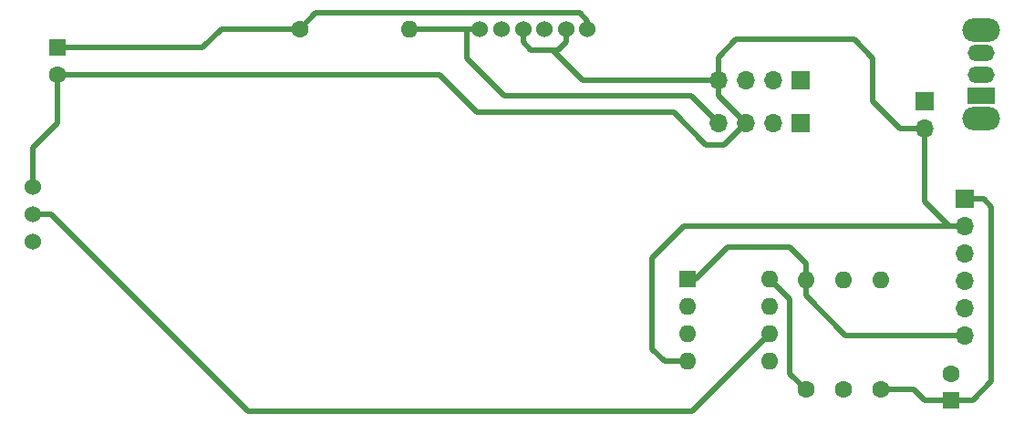
<source format=gbr>
%TF.GenerationSoftware,KiCad,Pcbnew,(5.1.9-0-10_14)*%
%TF.CreationDate,2021-08-25T11:23:16+08:00*%
%TF.ProjectId,v1,76312e6b-6963-4616-945f-706362585858,rev?*%
%TF.SameCoordinates,Original*%
%TF.FileFunction,Copper,L2,Bot*%
%TF.FilePolarity,Positive*%
%FSLAX46Y46*%
G04 Gerber Fmt 4.6, Leading zero omitted, Abs format (unit mm)*
G04 Created by KiCad (PCBNEW (5.1.9-0-10_14)) date 2021-08-25 11:23:16*
%MOMM*%
%LPD*%
G01*
G04 APERTURE LIST*
%TA.AperFunction,ComponentPad*%
%ADD10O,1.700000X1.700000*%
%TD*%
%TA.AperFunction,ComponentPad*%
%ADD11R,1.700000X1.700000*%
%TD*%
%TA.AperFunction,ComponentPad*%
%ADD12C,1.524000*%
%TD*%
%TA.AperFunction,ComponentPad*%
%ADD13O,1.600000X1.600000*%
%TD*%
%TA.AperFunction,ComponentPad*%
%ADD14R,1.600000X1.600000*%
%TD*%
%TA.AperFunction,ComponentPad*%
%ADD15O,3.500000X2.200000*%
%TD*%
%TA.AperFunction,ComponentPad*%
%ADD16O,2.500000X1.500000*%
%TD*%
%TA.AperFunction,ComponentPad*%
%ADD17R,2.500000X1.500000*%
%TD*%
%TA.AperFunction,ComponentPad*%
%ADD18C,1.600000*%
%TD*%
%TA.AperFunction,Conductor*%
%ADD19C,0.500000*%
%TD*%
G04 APERTURE END LIST*
D10*
%TO.P,J3,4*%
%TO.N,GND*%
X169630000Y-80000000D03*
%TO.P,J3,3*%
%TO.N,+5V*%
X172170000Y-80000000D03*
%TO.P,J3,2*%
%TO.N,/SCL*%
X174710000Y-80000000D03*
D11*
%TO.P,J3,1*%
%TO.N,/SDA*%
X177250000Y-80000000D03*
%TD*%
D12*
%TO.P,M1,3*%
%TO.N,GND*%
X105960000Y-89920000D03*
%TO.P,M1,2*%
%TO.N,/MISO*%
X105960000Y-92460000D03*
%TO.P,M1,1*%
%TO.N,+5V*%
X105960000Y-95000000D03*
%TD*%
D13*
%TO.P,U4,8*%
%TO.N,+5V*%
X174370000Y-98500000D03*
%TO.P,U4,4*%
%TO.N,GND*%
X166750000Y-106120000D03*
%TO.P,U4,7*%
%TO.N,/SCL*%
X174370000Y-101040000D03*
%TO.P,U4,3*%
%TO.N,/PB4*%
X166750000Y-103580000D03*
%TO.P,U4,6*%
%TO.N,/MISO*%
X174370000Y-103580000D03*
%TO.P,U4,2*%
%TO.N,/PB3*%
X166750000Y-101040000D03*
%TO.P,U4,5*%
%TO.N,/SDA*%
X174370000Y-106120000D03*
D14*
%TO.P,U4,1*%
%TO.N,/RST*%
X166750000Y-98500000D03*
%TD*%
D15*
%TO.P,SW1,*%
%TO.N,*%
X194000000Y-75400000D03*
X194000000Y-83600000D03*
D16*
%TO.P,SW1,3*%
%TO.N,N/C*%
X194000000Y-77500000D03*
%TO.P,SW1,2*%
%TO.N,Net-(J1-Pad1)*%
X194000000Y-79500000D03*
D17*
%TO.P,SW1,1*%
%TO.N,Net-(SW1-Pad1)*%
X194000000Y-81500000D03*
%TD*%
D13*
%TO.P,R3,2*%
%TO.N,/RST*%
X177750000Y-98590000D03*
D18*
%TO.P,R3,1*%
%TO.N,+5V*%
X177750000Y-108750000D03*
%TD*%
D13*
%TO.P,R2,2*%
%TO.N,/SDA*%
X184750000Y-98590000D03*
D18*
%TO.P,R2,1*%
%TO.N,+5V*%
X184750000Y-108750000D03*
%TD*%
D13*
%TO.P,R1,2*%
%TO.N,/SCL*%
X181250000Y-98590000D03*
D18*
%TO.P,R1,1*%
%TO.N,+5V*%
X181250000Y-108750000D03*
%TD*%
D10*
%TO.P,J4,4*%
%TO.N,+5V*%
X169630000Y-84000000D03*
%TO.P,J4,3*%
%TO.N,GND*%
X172170000Y-84000000D03*
%TO.P,J4,2*%
%TO.N,/SCL*%
X174710000Y-84000000D03*
D11*
%TO.P,J4,1*%
%TO.N,/SDA*%
X177250000Y-84000000D03*
%TD*%
D12*
%TO.P,M2,6*%
%TO.N,+5V*%
X147500000Y-75250000D03*
%TO.P,M2,5*%
%TO.N,/PB4*%
X149500000Y-75250000D03*
%TO.P,M2,4*%
%TO.N,GND*%
X151500000Y-75250000D03*
%TO.P,M2,3*%
%TO.N,/PB3*%
X153500000Y-75250000D03*
%TO.P,M2,2*%
%TO.N,GND*%
X155500000Y-75250000D03*
%TO.P,M2,1*%
%TO.N,Net-(C2-Pad1)*%
X157500000Y-75250000D03*
%TD*%
D13*
%TO.P,R4,2*%
%TO.N,+5V*%
X140910000Y-75250000D03*
D18*
%TO.P,R4,1*%
%TO.N,Net-(C2-Pad1)*%
X130750000Y-75250000D03*
%TD*%
D10*
%TO.P,J2,6*%
%TO.N,/RST*%
X192500000Y-103700000D03*
%TO.P,J2,5*%
%TO.N,/SDA*%
X192500000Y-101160000D03*
%TO.P,J2,4*%
%TO.N,/MISO*%
X192500000Y-98620000D03*
%TO.P,J2,3*%
%TO.N,/SCL*%
X192500000Y-96080000D03*
%TO.P,J2,2*%
%TO.N,GND*%
X192500000Y-93540000D03*
D11*
%TO.P,J2,1*%
%TO.N,+5V*%
X192500000Y-91000000D03*
%TD*%
D10*
%TO.P,J1,2*%
%TO.N,GND*%
X188750000Y-84540000D03*
D11*
%TO.P,J1,1*%
%TO.N,Net-(J1-Pad1)*%
X188750000Y-82000000D03*
%TD*%
D18*
%TO.P,C2,2*%
%TO.N,GND*%
X108250000Y-79500000D03*
D14*
%TO.P,C2,1*%
%TO.N,Net-(C2-Pad1)*%
X108250000Y-77000000D03*
%TD*%
D18*
%TO.P,C1,2*%
%TO.N,GND*%
X191250000Y-107250000D03*
D14*
%TO.P,C1,1*%
%TO.N,+5V*%
X191250000Y-109750000D03*
%TD*%
D19*
%TO.N,GND*%
X108250000Y-79500000D02*
X108250000Y-84000000D01*
X105960000Y-86290000D02*
X105960000Y-89920000D01*
X108250000Y-84000000D02*
X105960000Y-86290000D01*
X188750000Y-84540000D02*
X186540000Y-84540000D01*
X186540000Y-84540000D02*
X184000000Y-82000000D01*
X153250000Y-77250000D02*
X153750000Y-77250000D01*
X192500000Y-93540000D02*
X191040000Y-93540000D01*
X188750000Y-91250000D02*
X188750000Y-84540000D01*
X191040000Y-93540000D02*
X188750000Y-91250000D01*
X163500000Y-105000000D02*
X164620000Y-106120000D01*
X166460000Y-93540000D02*
X163500000Y-96500000D01*
X164620000Y-106120000D02*
X166750000Y-106120000D01*
X163500000Y-96500000D02*
X163500000Y-105000000D01*
X192500000Y-93540000D02*
X166460000Y-93540000D01*
X184000000Y-82000000D02*
X184000000Y-78000000D01*
X184000000Y-78000000D02*
X182250000Y-76250000D01*
X182250000Y-76250000D02*
X171250000Y-76250000D01*
X169630000Y-77870000D02*
X169630000Y-80000000D01*
X171250000Y-76250000D02*
X169630000Y-77870000D01*
X169630000Y-81460000D02*
X172170000Y-84000000D01*
X169630000Y-80000000D02*
X169630000Y-81460000D01*
X157000000Y-80000000D02*
X154250000Y-77250000D01*
X169630000Y-80000000D02*
X157000000Y-80000000D01*
X154250000Y-77250000D02*
X153250000Y-77250000D01*
X170170000Y-86000000D02*
X172170000Y-84000000D01*
X165500000Y-83000000D02*
X168500000Y-86000000D01*
X147250000Y-83000000D02*
X165500000Y-83000000D01*
X168500000Y-86000000D02*
X170170000Y-86000000D01*
X143750000Y-79500000D02*
X147250000Y-83000000D01*
X108250000Y-79500000D02*
X143750000Y-79500000D01*
X151500000Y-75250000D02*
X151500000Y-76500000D01*
X151500000Y-76500000D02*
X152250000Y-77250000D01*
X152250000Y-77250000D02*
X153250000Y-77250000D01*
X155500000Y-75250000D02*
X155500000Y-76500000D01*
X154750000Y-77250000D02*
X153750000Y-77250000D01*
X155500000Y-76500000D02*
X154750000Y-77250000D01*
%TO.N,+5V*%
X140910000Y-75250000D02*
X146250000Y-75250000D01*
X174370000Y-98500000D02*
X176250000Y-100380000D01*
X176250000Y-107250000D02*
X177750000Y-108750000D01*
X176250000Y-100380000D02*
X176250000Y-107250000D01*
X184750000Y-108750000D02*
X187750000Y-108750000D01*
X188750000Y-109750000D02*
X191250000Y-109750000D01*
X187750000Y-108750000D02*
X188750000Y-109750000D01*
X195000000Y-91750000D02*
X194250000Y-91000000D01*
X194250000Y-91000000D02*
X192500000Y-91000000D01*
X193250000Y-109750000D02*
X195000000Y-108000000D01*
X195000000Y-108000000D02*
X195000000Y-91750000D01*
X191250000Y-109750000D02*
X193250000Y-109750000D01*
X146250000Y-78000000D02*
X146250000Y-75250000D01*
X149750000Y-81500000D02*
X146250000Y-78000000D01*
X167130000Y-81500000D02*
X149750000Y-81500000D01*
X169630000Y-84000000D02*
X167130000Y-81500000D01*
X147500000Y-75250000D02*
X146250000Y-75250000D01*
%TO.N,Net-(C2-Pad1)*%
X121750000Y-77000000D02*
X108250000Y-77000000D01*
X123500000Y-75250000D02*
X121750000Y-77000000D01*
X130750000Y-75250000D02*
X123500000Y-75250000D01*
X132250000Y-73750000D02*
X130750000Y-75250000D01*
X156750000Y-73750000D02*
X132250000Y-73750000D01*
X157500000Y-74500000D02*
X156750000Y-73750000D01*
X157500000Y-75250000D02*
X157500000Y-74500000D01*
%TO.N,/RST*%
X166750000Y-98500000D02*
X167500000Y-98500000D01*
X167500000Y-98500000D02*
X170500000Y-95500000D01*
X170500000Y-95500000D02*
X176250000Y-95500000D01*
X177750000Y-97000000D02*
X177750000Y-98590000D01*
X176250000Y-95500000D02*
X177750000Y-97000000D01*
X177750000Y-98590000D02*
X177750000Y-100000000D01*
X181450000Y-103700000D02*
X192500000Y-103700000D01*
X177750000Y-100000000D02*
X181450000Y-103700000D01*
%TO.N,/MISO*%
X173100000Y-104850000D02*
X174370000Y-103580000D01*
X167200000Y-110750000D02*
X173100000Y-104850000D01*
X126000000Y-110750000D02*
X167200000Y-110750000D01*
X107710000Y-92460000D02*
X126000000Y-110750000D01*
X105960000Y-92460000D02*
X107710000Y-92460000D01*
%TD*%
M02*

</source>
